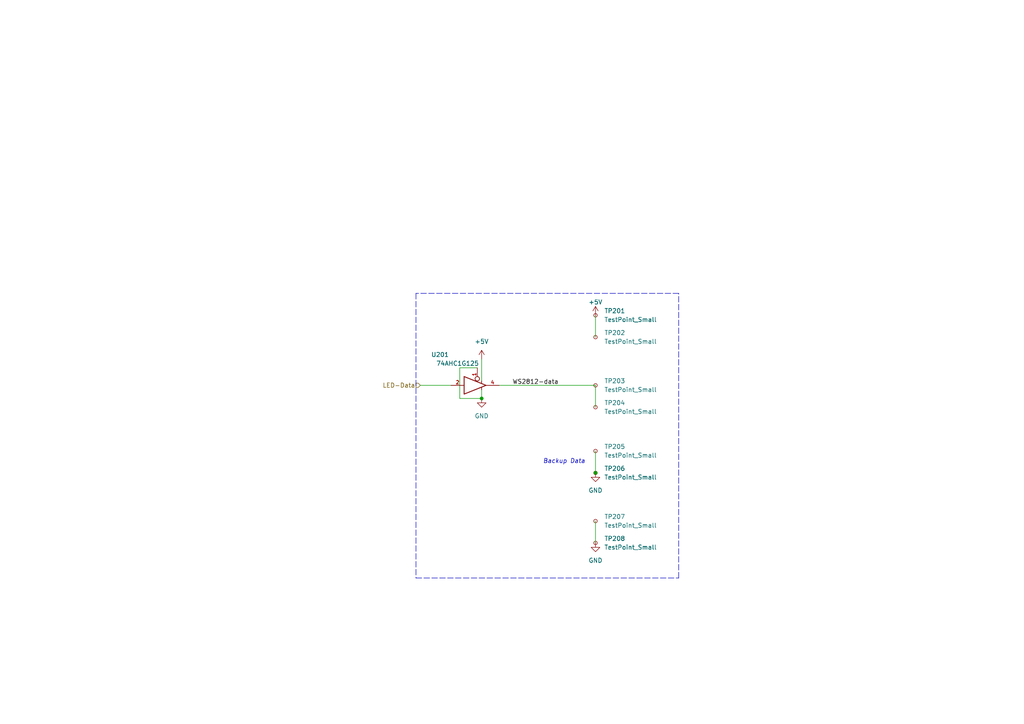
<source format=kicad_sch>
(kicad_sch (version 20230121) (generator eeschema)
  (paper "A4")
  (title_block (title "LED Strip") (date "2023-05-07") (rev "3") (company "Versio Duo"))
  (lib_symbols
    (symbol "Connector:TestPoint_Small" (pin_numbers hide) (pin_names (offset 0.762) hide)
      (property "Reference" "TP" (at 0 3.81 0))
      (property "Value" "TestPoint_Small" (at 0 2.032 0))
      (symbol "TestPoint_Small_0_1"
        (circle (center 0 0) (radius 0.508))
      )
      (symbol "TestPoint_Small_1_1"
        (pin passive line (at 0 0 90) (length 0) (name "1") (number "1"))
      )
    )
    (symbol "V2_74xGxx:74AHC1G125" (pin_names (offset 1.016))
      (property "Reference" "U" (at -8.89 -3.81 0))
      (property "Value" "74AHC1G125" (at -3.81 -6.35 0))
      (symbol "74AHC1G125_0_1"
        (polyline (pts (xy -3.81 2.54) (xy -3.81 -2.54) (xy 2.54 0) (xy -3.81 2.54)) (stroke (width 0.254)))
      )
      (symbol "74AHC1G125_1_1"
        (pin input inverted (at 0 5.08 270) (length 3.81) (name "") (number "1"))
        (pin input line (at -7.62 0 0) (length 3.81) (name "") (number "2"))
        (pin power_in line (at 1.27 -1.27 90) (length 0.635) (name "") (number "3"))
        (pin tri_state line (at 6.35 0 180) (length 3.81) (name "") (number "4"))
        (pin power_in line (at 1.27 1.27 270) (length 0.635) (name "") (number "5"))
      )
    )
    (symbol "power:+5V" (power) (pin_names (offset 0))
      (property "Value" "+5V" (at 0 3.556 0))
      (symbol "+5V_0_1"
        (polyline (pts (xy -0.762 1.27) (xy 0 2.54)))
        (polyline (pts (xy 0 0) (xy 0 2.54)))
        (polyline (pts (xy 0 2.54) (xy 0.762 1.27)))
      )
      (symbol "+5V_1_1"
        (pin power_in line (at 0 0 90) (length 0) hide (name "+5V") (number "1"))
      )
    )
    (symbol "power:GND" (power) (pin_names (offset 0))
      (property "Value" "GND" (at 0 -3.81 0))
      (symbol "GND_0_1"
        (polyline (pts (xy 0 0) (xy 0 -1.27) (xy 1.27 -1.27) (xy 0 -2.54) (xy -1.27 -1.27) (xy 0 -1.27)))
      )
      (symbol "GND_1_1"
        (pin power_in line (at 0 0 270) (length 0) hide (name "GND") (number "1"))
      )
    )
  )
  (junction (at 172.72 137.16))
  (junction (at 139.7 115.57))
  (polyline (pts (xy 196.85 85.09) (xy 120.65 85.09)) (stroke (width 0) (type dash)))
  (wire (pts (xy 121.92 111.76) (xy 130.81 111.76)))
  (wire (pts (xy 139.7 104.14) (xy 139.7 110.49)))
  (polyline (pts (xy 196.85 167.64) (xy 196.85 85.09)) (stroke (width 0) (type dash)))
  (wire (pts (xy 133.35 106.68) (xy 133.35 115.57)))
  (wire (pts (xy 144.78 111.76) (xy 172.72 111.76)))
  (wire (pts (xy 172.72 91.44) (xy 172.72 97.79)))
  (wire (pts (xy 172.72 151.13) (xy 172.72 157.48)))
  (wire (pts (xy 172.72 111.76) (xy 172.72 118.11)))
  (wire (pts (xy 133.35 115.57) (xy 139.7 115.57)))
  (polyline (pts (xy 120.65 85.09) (xy 120.65 167.64)) (stroke (width 0) (type dash)))
  (wire (pts (xy 172.72 130.81) (xy 172.72 137.16)))
  (wire (pts (xy 139.7 113.03) (xy 139.7 115.57)))
  (polyline (pts (xy 120.65 167.64) (xy 196.85 167.64)) (stroke (width 0) (type dash)))
  (wire (pts (xy 138.43 106.68) (xy 133.35 106.68)))
  (text "Backup Data" (at 157.48 134.62 0) (effects (font (size 1.27 1.27) italic) (justify left bottom)))
  (label "WS2812-data" (at 148.59 111.76 0))
  (hierarchical_label "LED-Data" (shape input) (at 121.92 111.76 180))
  (symbol (lib_id "Connector:TestPoint_Small") (at 172.72 97.79 270) (unit 1)
    (property "Reference" "TP202" (at 175.26 96.52 90) (effects (justify left)))
    (property "Value" "TestPoint_Small" (at 182.88 99.06 90))
    (property "Footprint" "V2_TestPoint:TestPoint_Pad_2.0x2.0mm" (effects hide))
  )
  (symbol (lib_id "Connector:TestPoint_Small") (at 172.72 151.13 270) (unit 1)
    (property "Reference" "TP207" (at 175.26 149.86 90) (effects (justify left)))
    (property "Value" "TestPoint_Small" (at 182.88 152.4 90))
    (property "Footprint" "V2_TestPoint:TestPoint_Pad_2.0x2.0mm" (effects hide))
  )
  (symbol (lib_id "Connector:TestPoint_Small") (at 172.72 130.81 270) (unit 1)
    (property "Reference" "TP205" (at 175.26 129.54 90) (effects (justify left)))
    (property "Value" "TestPoint_Small" (at 182.88 132.08 90))
    (property "Footprint" "V2_TestPoint:TestPoint_Pad_2.0x2.0mm" (effects hide))
  )
  (symbol (lib_id "power:GND") (at 172.72 157.48 0) (unit 1)
    (property "Reference" "#PWR0205" (effects hide))
    (property "Value" "GND" (at 172.72 162.56 0))
  )
  (symbol (lib_id "Connector:TestPoint_Small") (at 172.72 157.48 270) (unit 1)
    (property "Reference" "TP208" (at 175.26 156.21 90) (effects (justify left)))
    (property "Value" "TestPoint_Small" (at 182.88 158.75 90))
    (property "Footprint" "V2_TestPoint:TestPoint_Pad_2.0x2.0mm" (effects hide))
  )
  (symbol (lib_id "power:+5V") (at 172.72 91.44 0) (unit 1)
    (property "Reference" "#PWR0201" (effects hide))
    (property "Value" "+5V" (at 172.72 87.63 0))
  )
  (symbol (lib_id "power:+5V") (at 139.7 104.14 0) (unit 1)
    (property "Reference" "#PWR0202" (effects hide))
    (property "Value" "+5V" (at 139.7 99.06 0))
  )
  (symbol (lib_id "power:GND") (at 139.7 115.57 0) (unit 1)
    (property "Reference" "#PWR0203" (effects hide))
    (property "Value" "GND" (at 139.7 120.65 0))
  )
  (symbol (lib_id "Connector:TestPoint_Small") (at 172.72 118.11 270) (unit 1)
    (property "Reference" "TP204" (at 175.26 116.84 90) (effects (justify left)))
    (property "Value" "TestPoint_Small" (at 182.88 119.38 90))
    (property "Footprint" "V2_TestPoint:TestPoint_Pad_2.0x2.0mm" (effects hide))
  )
  (symbol (lib_id "Connector:TestPoint_Small") (at 172.72 111.76 270) (unit 1)
    (property "Reference" "TP203" (at 175.26 110.49 90) (effects (justify left)))
    (property "Value" "TestPoint_Small" (at 182.88 113.03 90))
    (property "Footprint" "V2_TestPoint:TestPoint_Pad_2.0x2.0mm" (effects hide))
  )
  (symbol (lib_id "Connector:TestPoint_Small") (at 172.72 91.44 270) (unit 1)
    (property "Reference" "TP201" (at 175.26 90.17 90) (effects (justify left)))
    (property "Value" "TestPoint_Small" (at 182.88 92.71 90))
    (property "Footprint" "V2_TestPoint:TestPoint_Pad_2.0x2.0mm" (effects hide))
  )
  (symbol (lib_id "V2_74xGxx:74AHC1G125") (at 138.43 111.76 0) (unit 1)
    (property "Reference" "U201" (at 127.635 102.87 0))
    (property "Value" "74AHC1G125" (at 132.715 105.41 0))
    (property "Footprint" "Package_TO_SOT_SMD:SOT-23-5" (effects hide))
    (property "Datasheet" "http://www.ti.com/lit/sg/scyt129e/scyt129e.pdf" (effects hide))
  )
  (symbol (lib_id "power:GND") (at 172.72 137.16 0) (unit 1)
    (property "Reference" "#PWR0204" (effects hide))
    (property "Value" "GND" (at 172.72 142.24 0))
  )
  (symbol (lib_id "Connector:TestPoint_Small") (at 172.72 137.16 270) (unit 1)
    (property "Reference" "TP206" (at 175.26 135.89 90) (effects (justify left)))
    (property "Value" "TestPoint_Small" (at 182.88 138.43 90))
    (property "Footprint" "V2_TestPoint:TestPoint_Pad_2.0x2.0mm" (effects hide))
  )
)
</source>
